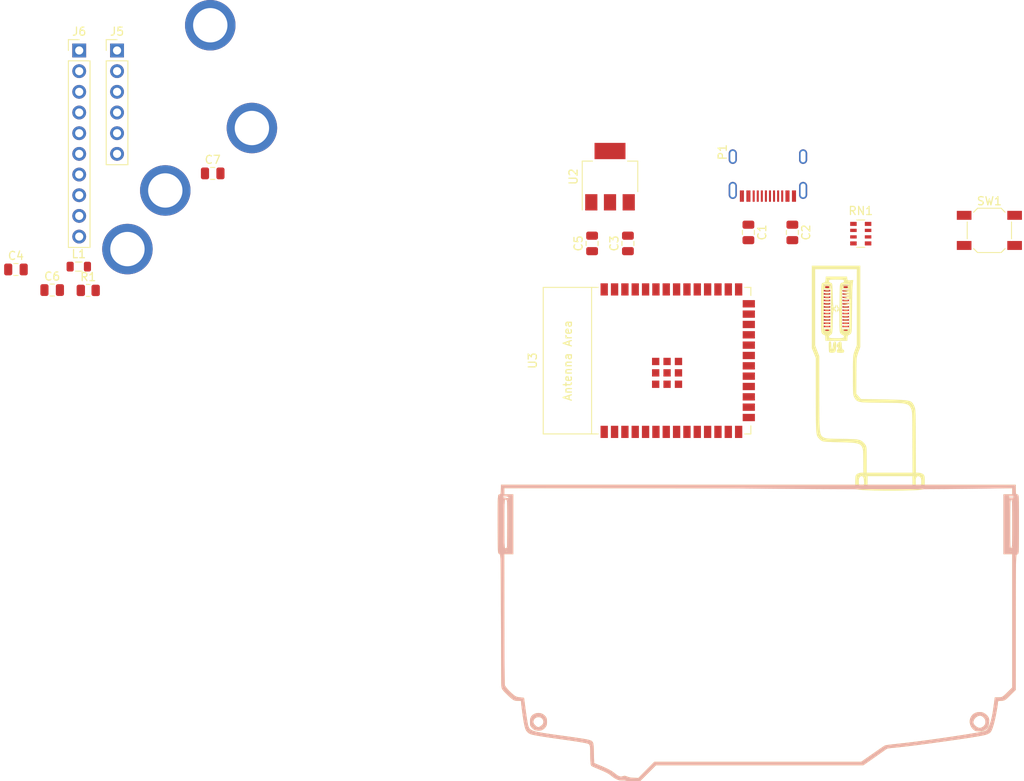
<source format=kicad_pcb>
(kicad_pcb (version 20220225) (generator pcbnew)
  (layers (0 "F.Cu" signal) (31 "B.Cu" signal) (34 "B.Paste" user) (35 "F.Paste" user) (36 "B.SilkS" user "B.Silkscreen") (37 "F.SilkS" user "F.Silkscreen") (38 "B.Mask" user) (39 "F.Mask" user) (44 "Edge.Cuts" user))
  (net 0 "")
  (net 1 "/D+")
  (net 2 "VSS")
  (net 3 "/D-")
  (net 4 "VBUS")
  (net 5 "VCC")
  (net 6 "Reset")
  (net 11 "TopLeft")
  (net 12 "TX")
  (net 13 "RX")
  (net 14 "1")
  (net 15 "2")
  (net 16 "3")
  (net 17 "4")
  (net 18 "5")
  (net 19 "6")
  (net 20 "7")
  (net 21 "8")
  (net 22 "9")
  (net 23 "10")
  (net 24 "Net-(U1-AGND)")
  (net 25 "Net-(P1-CC)")
  (net 27 "Net-(P1-VCONN)")
  (net 33 "COL5")
  (net 35 "LEDA2")
  (net 36 "LEDA1")
  (net 37 "ROW7")
  (net 38 "COL4")
  (net 39 "COL3")
  (net 40 "COL2")
  (net 41 "COL1")
  (net 42 "ROW1")
  (net 43 "ROW2")
  (net 44 "ROW3")
  (net 45 "ROW4")
  (net 46 "ROW5")
  (net 47 "ROW6")
  (net 48 "Buzzer")
  (net 54 "MIC")
  (footprint "Capacitor_SMD:C_0805_2012Metric" (layer "F.Cu") (at 128.4 78.2 90)
    (fp_text reference "C5" (at 0 -1.68 90) (layer "F.SilkS"))
    (fp_text value "1uF")
    (pad "1" smd roundrect (at -0.95 0 90) (size 1 1.45) (layers "F.Cu" "F.Paste" "F.Mask") (net 2 "VSS"))
    (pad "2" smd roundrect (at 0.95 0 90) (size 1 1.45) (layers "F.Cu" "F.Paste" "F.Mask") (net 5 "VCC"))
  )
  (footprint "Capacitor_SMD:C_0805_2012Metric" (layer "F.Cu") (at 81.8 69.6)
    (fp_text reference "C7" (at 0 -1.68) (layer "F.SilkS"))
    (fp_text value "100nF")
    (pad "1" smd roundrect (at -0.95 0) (size 1 1.45) (layers "F.Cu" "F.Paste" "F.Mask") (net 6 "Reset"))
    (pad "2" smd roundrect (at 0.95 0) (size 1 1.45) (layers "F.Cu" "F.Paste" "F.Mask") (net 2 "VSS"))
  )
  (footprint "Connector_PinHeader_2.54mm:PinHeader_1x06_P2.54mm_Vertical" (layer "F.Cu") (at 70.05 54.5)
    (fp_text reference "J5" (at 0 -2.33) (layer "F.SilkS"))
    (fp_text value "Program")
    (pad "1" thru_hole rect (at 0 0) (size 1.7 1.7) (drill 1) (layers *.Cu *.Mask) (net 5 "VCC"))
    (pad "2" thru_hole oval (at 0 2.54) (size 1.7 1.7) (drill 1) (layers *.Cu *.Mask) (net 2 "VSS"))
    (pad "3" thru_hole oval (at 0 5.08) (size 1.7 1.7) (drill 1) (layers *.Cu *.Mask) (net 11 "TopLeft"))
    (pad "4" thru_hole oval (at 0 7.62) (size 1.7 1.7) (drill 1) (layers *.Cu *.Mask) (net 12 "TX"))
    (pad "5" thru_hole oval (at 0 10.16) (size 1.7 1.7) (drill 1) (layers *.Cu *.Mask) (net 13 "RX"))
    (pad "6" thru_hole oval (at 0 12.7) (size 1.7 1.7) (drill 1) (layers *.Cu *.Mask) (net 6 "Reset"))
  )
  (footprint "Resistor_SMD:R_0805_2012Metric" (layer "F.Cu") (at 66.51 83.97)
    (fp_text reference "R1" (at 0 -1.65) (layer "F.SilkS"))
    (fp_text value "1k")
    (pad "1" smd roundrect (at -0.9125 0) (size 1.025 1.4) (layers "F.Cu" "F.Paste" "F.Mask") (roundrect_rratio 0.243902) (net 6 "Reset"))
    (pad "2" smd roundrect (at 0.9125 0) (size 1.025 1.4) (layers "F.Cu" "F.Paste" "F.Mask") (roundrect_rratio 0.243902) (net 5 "VCC"))
  )
  (footprint "BerryPad:BM14B(0.8)-24DS-0.4V(53)" (layer "F.Cu") (at 158.4 86.2 -90)
    (fp_text reference "U1" (at 4.8 0.05) (layer "F.SilkS"))
    (fp_text value "BBQ10KBD")
    (pad "1" smd rect locked (at -2.7 -1.15 270) (size 0.4 0.8) (layers "F.Cu" "F.Paste" "F.Mask") (net 2 "VSS"))
    (pad "2" smd rect locked (at -2.2 -1.15 270) (size 0.2 0.8) (layers "F.Cu" "F.Paste" "F.Mask") (net 5 "VCC"))
    (pad "3" smd rect locked (at -1.8 -1.15 270) (size 0.2 0.8) (layers "F.Cu" "F.Paste" "F.Mask") (net 54 "MIC"))
    (pad "4" smd rect locked (at -1.4 -1.15 270) (size 0.2 0.8) (layers "F.Cu" "F.Paste" "F.Mask") (net 24 "Net-(U1-AGND)"))
    (pad "5" smd rect locked (at -1 -1.15 270) (size 0.2 0.8) (layers "F.Cu" "F.Paste" "F.Mask") (net 2 "VSS"))
    (pad "6" smd rect locked (at -0.6 -1.15 270) (size 0.2 0.8) (layers "F.Cu" "F.Paste" "F.Mask") (net 42 "ROW1"))
    (pad "7" smd rect locked (at -0.2 -1.15 270) (size 0.2 0.8) (layers "F.Cu" "F.Paste" "F.Mask") (net 41 "COL1"))
    (pad "8" smd rect locked (at 0.2 -1.15 270) (size 0.2 0.8) (layers "F.Cu" "F.Paste" "F.Mask") (net 43 "ROW2"))
    (pad "9" smd rect locked (at 0.6 -1.15 270) (size 0.2 0.8) (layers "F.Cu" "F.Paste" "F.Mask") (net 40 "COL2"))
    (pad "10" smd rect locked (at 1 -1.15 270) (size 0.2 0.8) (layers "F.Cu" "F.Paste" "F.Mask") (net 39 "COL3"))
    (pad "11" smd rect locked (at 1.4 -1.15 270) (size 0.2 0.8) (layers "F.Cu" "F.Paste" "F.Mask") (net 2 "VSS"))
    (pad "12" smd rect locked (at 1.8 -1.15 270) (size 0.2 0.8) (layers "F.Cu" "F.Paste" "F.Mask") (net 2 "VSS"))
    (pad "13" smd rect locked (at 2.2 -1.15 270) (size 0.2 0.8) (layers "F.Cu" "F.Paste" "F.Mask") (net 2 "VSS"))
    (pad "14" smd rect locked (at 2.7 -1.15 270) (size 0.4 0.8) (layers "F.Cu" "F.Paste" "F.Mask") (net 2 "VSS"))
    (pad "15" smd rect locked (at 2.7 1.15 270) (size 0.4 0.8) (layers "F.Cu" "F.Paste" "F.Mask") (net 2 "VSS"))
    (pad "16" smd rect locked (at 2.2 1.15 270) (size 0.2 0.8) (layers "F.Cu" "F.Paste" "F.Mask") (net 2 "VSS"))
    (pad "17" smd rect locked (at 1.8 1.15 270) (size 0.2 0.8) (layers "F.Cu" "F.Paste" "F.Mask") (net 38 "COL4"))
    (pad "18" smd rect locked (at 1.4 1.15 270) (size 0.2 0.8) (layers "F.Cu" "F.Paste" "F.Mask") (net 44 "ROW3"))
    (pad "19" smd rect locked (at 1 1.15 270) (size 0.2 0.8) (layers "F.Cu" "F.Paste" "F.Mask") (net 33 "COL5"))
    (pad "20" smd rect locked (at 0.6 1.15 270) (size 0.2 0.8) (layers "F.Cu" "F.Paste" "F.Mask") (net 45 "ROW4"))
    (pad "21" smd rect locked (at 0.2 1.15 270) (size 0.2 0.8) (layers "F.Cu" "F.Paste" "F.Mask") (net 46 "ROW5"))
    (pad "22" smd rect locked (at -0.2 1.15 270) (size 0.2 0.8) (layers "F.Cu" "F.Paste" "F.Mask") (net 47 "ROW6"))
    (pad "23" smd rect locked (at -0.6 1.15 270) (size 0.2 0.8) (layers "F.Cu" "F.Paste" "F.Mask") (net 2 "VSS"))
    (pad "24" smd rect locked (at -1 1.15 270) (size 0.2 0.8) (layers "F.Cu" "F.Paste" "F.Mask") (net 35 "LEDA2"))
    (pad "25" smd rect locked (at -1.4 1.15 270) (size 0.2 0.8) (layers "F.Cu" "F.Paste" "F.Mask") (net 2 "VSS"))
    (pad "26" smd rect locked (at -1.8 1.15 270) (size 0.2 0.8) (layers "F.Cu" "F.Paste" "F.Mask") (net 36 "LEDA1"))
    (pad "27" smd rect locked (at -2.2 1.15 270) (size 0.2 0.8) (layers "F.Cu" "F.Paste" "F.Mask") (net 37 "ROW7"))
    (pad "28" smd rect locked (at -2.7 1.15 270) (size 0.4 0.8) (layers "F.Cu" "F.Paste" "F.Mask") (net 2 "VSS"))
  )
  (footprint "cafebabe:SMD Spacer M2.5" (layer "F.Cu") (at 81.6 51.4)
    (fp_text reference "J1" hide)
    (fp_text value "Conn_01x01")
    (pad "1" thru_hole circle (at -0.1 0) (size 6.2 6.2) (drill 4.22) (layers *.Cu *.Mask))
  )
  (footprint "Inductor_SMD:L_0805_2012Metric" (layer "F.Cu") (at 65.35 81.05)
    (fp_text reference "L1" (at 0 -1.55) (layer "F.SilkS"))
    (fp_text value "L_Small")
    (pad "1" smd roundrect (at -1.0625 0) (size 0.875 1.2) (layers "F.Cu" "F.Paste" "F.Mask") (net 24 "Net-(U1-AGND)"))
    (pad "2" smd roundrect (at 1.0625 0) (size 0.875 1.2) (layers "F.Cu" "F.Paste" "F.Mask") (net 2 "VSS"))
  )
  (footprint "Espressif:ESP32-S2-SOLO" (layer "F.Cu") (at 138.15 92.6 90)
    (fp_text reference "U3" (at 0 -17.05 90) (layer "F.SilkS"))
    (fp_text value "ESP32-S2-SOLO")
    (fp_text user "Antenna Area" (at 0 -12.75 90) (layer "F.SilkS"))
    (pad "1" smd rect locked (at -8.75 -8.26 90) (size 1.5 0.9) (layers "F.Cu" "F.Paste" "F.Mask") (net 2 "VSS"))
    (pad "2" smd rect locked (at -8.75 -6.99 90) (size 1.5 0.9) (layers "F.Cu" "F.Paste" "F.Mask") (net 5 "VCC"))
    (pad "3" smd rect locked (at -8.75 -5.72 90) (size 1.5 0.9) (layers "F.Cu" "F.Paste" "F.Mask") (net 6 "Reset"))
    (pad "4" smd rect locked (at -8.75 -4.45 90) (size 1.5 0.9) (layers "F.Cu" "F.Paste" "F.Mask") (net 41 "COL1"))
    (pad "5" smd rect locked (at -8.75 -3.18 90) (size 1.5 0.9) (layers "F.Cu" "F.Paste" "F.Mask") (net 40 "COL2"))
    (pad "6" smd rect locked (at -8.75 -1.91 90) (size 1.5 0.9) (layers "F.Cu" "F.Paste" "F.Mask") (net 39 "COL3"))
    (pad "7" smd rect locked (at -8.75 -0.64 90) (size 1.5 0.9) (layers "F.Cu" "F.Paste" "F.Mask") (net 38 "COL4"))
    (pad "8" smd rect locked (at -8.75 0.63 90) (size 1.5 0.9) (layers "F.Cu" "F.Paste" "F.Mask") (net 37 "ROW7"))
    (pad "9" smd rect locked (at -8.75 1.9 90) (size 1.5 0.9) (layers "F.Cu" "F.Paste" "F.Mask") (net 36 "LEDA1"))
    (pad "10" smd rect locked (at -8.75 3.17 90) (size 1.5 0.9) (layers "F.Cu" "F.Paste" "F.Mask") (net 35 "LEDA2"))
    (pad "11" smd rect locked (at -8.75 4.44 90) (size 1.5 0.9) (layers "F.Cu" "F.Paste" "F.Mask"))
    (pad "12" smd rect locked (at -8.75 5.71 90) (size 1.5 0.9) (layers "F.Cu" "F.Paste" "F.Mask") (net 33 "COL5"))
    (pad "13" smd rect locked (at -8.75 6.98 90) (size 1.5 0.9) (layers "F.Cu" "F.Paste" "F.Mask") (net 3 "/D-"))
    (pad "14" smd rect locked (at -8.75 8.25 90) (size 1.5 0.9) (layers "F.Cu" "F.Paste" "F.Mask") (net 1 "/D+"))
    (pad "15" smd rect locked (at -6.985 9.5 180) (size 1.5 0.9) (layers "F.Cu" "F.Paste" "F.Mask") (net 16 "3"))
    (pad "16" smd rect locked (at -5.715 9.5 180) (size 1.5 0.9) (layers "F.Cu" "F.Paste" "F.Mask") (net 19 "6"))
    (pad "17" smd rect locked (at -4.445 9.5 180) (size 1.5 0.9) (layers "F.Cu" "F.Paste" "F.Mask") (net 42 "ROW1"))
    (pad "18" smd rect locked (at -3.175 9.5 180) (size 1.5 0.9) (layers "F.Cu" "F.Paste" "F.Mask") (net 43 "ROW2"))
    (pad "19" smd rect locked (at -1.905 9.5 180) (size 1.5 0.9) (layers "F.Cu" "F.Paste" "F.Mask") (net 44 "ROW3"))
    (pad "20" smd rect locked (at -0.635 9.5 180) (size 1.5 0.9) (layers "F.Cu" "F.Paste" "F.Mask") (net 45 "ROW4"))
    (pad "21" smd rect locked (at 0.635 9.5 180) (size 1.5 0.9) (layers "F.Cu" "F.Paste" "F.Mask") (net 46 "ROW5"))
    (pad "22" smd rect locked (at 1.905 9.5 180) (size 1.5 0.9) (layers "F.Cu" "F.Paste" "F.Mask") (net 47 "ROW6"))
    (pad "23" smd rect locked (at 3.175 9.5 180) (size 1.5 0.9) (layers "F.Cu" "F.Paste" "F.Mask") (net 48 "Buzzer"))
    (pad "24" smd rect locked (at 4.445 9.5 180) (size 1.5 0.9) (layers "F.Cu" "F.Paste" "F.Mask") (net 20 "7"))
    (pad "25" smd rect locked (at 5.715 9.5 180) (size 1.5 0.9) (layers "F.Cu" "F.Paste" "F.Mask") (net 21 "8"))
    (pad "26" smd rect locked (at 6.985 9.5 180) (size 1.5 0.9) (layers "F.Cu" "F.Paste" "F.Mask") (net 18 "5"))
    (pad "27" smd rect locked (at 8.75 8.25 270) (size 1.5 0.9) (layers "F.Cu" "F.Paste" "F.Mask") (net 11 "TopLeft"))
    (pad "28" smd rect locked (at 8.75 6.98 270) (size 1.5 0.9) (layers "F.Cu" "F.Paste" "F.Mask") (net 22 "9"))
    (pad "29" smd rect locked (at 8.75 5.71 270) (size 1.5 0.9) (layers "F.Cu" "F.Paste" "F.Mask") (net 23 "10"))
    (pad "30" smd rect locked (at 8.75 4.44 270) (size 1.5 0.9) (layers "F.Cu" "F.Paste" "F.Mask"))
    (pad "31" smd rect locked (at 8.75 3.17 270) (size 1.5 0.9) (layers "F.Cu" "F.Paste" "F.Mask"))
    (pad "32" smd rect locked (at 8.75 1.9 270) (size 1.5 0.9) (layers "F.Cu" "F.Paste" "F.Mask"))
    (pad "33" smd rect locked (at 8.75 0.63 270) (size 1.5 0.9) (layers "F.Cu" "F.Paste" "F.Mask"))
    (pad "34" smd rect locked (at 8.75 -0.64 270) (size 1.5 0.9) (layers "F.Cu" "F.Paste" "F.Mask"))
    (pad "35" smd rect locked (at 8.75 -1.91 270) (size 1.5 0.9) (layers "F.Cu" "F.Paste" "F.Mask") (net 17 "4"))
    (pad "36" smd rect locked (at 8.75 -3.18 270) (size 1.5 0.9) (layers "F.Cu" "F.Paste" "F.Mask") (net 13 "RX"))
    (pad "37" smd rect locked (at 8.75 -4.45 270) (size 1.5 0.9) (layers "F.Cu" "F.Paste" "F.Mask") (net 12 "TX"))
    (pad "38" smd rect locked (at 8.75 -5.72 270) (size 1.5 0.9) (layers "F.Cu" "F.Paste" "F.Mask") (net 15 "2"))
    (pad "39" smd rect locked (at 8.75 -6.99 270) (size 1.5 0.9) (layers "F.Cu" "F.Paste" "F.Mask") (net 14 "1"))
    (pad "40" smd rect locked (at 8.75 -8.26 270) (size 1.5 0.9) (layers "F.Cu" "F.Paste" "F.Mask") (net 2 "VSS"))
    (pad "41" smd rect locked (at -2.9 -1.94 270) (size 0.9 0.9) (layers "F.Cu" "F.Paste" "F.Mask") (net 2 "VSS"))
    (pad "41" smd rect locked (at -2.9 -0.54 270) (size 0.9 0.9) (layers "F.Cu" "F.Paste" "F.Mask") (net 2 "VSS"))
    (pad "41" smd rect locked (at -2.9 0.86 270) (size 0.9 0.9) (layers "F.Cu" "F.Paste" "F.Mask") (net 2 "VSS"))
    (pad "41" smd rect locked (at -1.5 -1.94 270) (size 0.9 0.9) (layers "F.Cu" "F.Paste" "F.Mask") (net 2 "VSS"))
    (pad "41" smd rect locked (at -1.5 -0.54 270) (size 0.9 0.9) (layers "F.Cu" "F.Paste" "F.Mask") (net 2 "VSS"))
    (pad "41" smd rect locked (at -1.5 0.86 270) (size 0.9 0.9) (layers "F.Cu" "F.Paste" "F.Mask") (net 2 "VSS"))
    (pad "41" smd rect locked (at -0.1 -1.94 270) (size 0.9 0.9) (layers "F.Cu" "F.Paste" "F.Mask") (net 2 "VSS"))
    (pad "41" smd rect locked (at -0.1 -0.54 270) (size 0.9 0.9) (layers "F.Cu" "F.Paste" "F.Mask") (net 2 "VSS"))
    (pad "41" smd rect locked (at -0.1 0.86 270) (size 0.9 0.9) (layers "F.Cu" "F.Paste" "F.Mask") (net 2 "VSS"))
  )
  (footprint "cafebabe:SMD Spacer M2.5" (layer "F.Cu") (at 71.425 78.895)
    (fp_text reference "J4" hide)
    (fp_text value "Conn_01x01")
    (pad "1" thru_hole circle (at -0.1 0) (size 6.2 6.2) (drill 4.22) (layers *.Cu *.Mask))
  )
  (footprint "Capacitor_SMD:C_0805_2012Metric" (layer "F.Cu") (at 57.63 81.4)
    (fp_text reference "C4" (at 0 -1.68) (layer "F.SilkS"))
    (fp_text value "22uF")
    (pad "1" smd roundrect (at -0.95 0) (size 1 1.45) (layers "F.Cu" "F.Paste" "F.Mask") (net 5 "VCC"))
    (pad "2" smd roundrect (at 0.95 0) (size 1 1.45) (layers "F.Cu" "F.Paste" "F.Mask") (net 2 "VSS"))
  )
  (footprint "Capacitor_SMD:C_0805_2012Metric" (layer "F.Cu") (at 153 76.85 -90)
    (fp_text reference "C2" (at 0 -1.68 90) (layer "F.SilkS"))
    (fp_text value "20pF")
    (pad "1" smd roundrect (at -0.95 0 270) (size 1 1.45) (layers "F.Cu" "F.Paste" "F.Mask") (net 3 "/D-"))
    (pad "2" smd roundrect (at 0.95 0 270) (size 1 1.45) (layers "F.Cu" "F.Paste" "F.Mask") (net 2 "VSS"))
  )
  (footprint "Capacitor_SMD:C_0805_2012Metric" (layer "F.Cu") (at 132.8 78.2 90)
    (fp_text reference "C3" (at 0 -1.68 90) (layer "F.SilkS"))
    (fp_text value "1uF")
    (pad "1" smd roundrect (at -0.95 0 90) (size 1 1.45) (layers "F.Cu" "F.Paste" "F.Mask") (net 2 "VSS"))
    (pad "2" smd roundrect (at 0.95 0 90) (size 1 1.45) (layers "F.Cu" "F.Paste" "F.Mask") (net 4 "VBUS"))
  )
  (footprint "Button_Switch_SMD:SW_SPST_SKQG_WithoutStem" (layer "F.Cu") (at 177.2 76.6)
    (fp_text reference "SW1" (at 0 -3.6) (layer "F.SilkS"))
    (fp_text value "Boot Mode")
    (pad "1" smd rect (at -3.1 -1.85) (size 1.8 1.1) (layers "F.Cu" "F.Paste" "F.Mask") (net 2 "VSS"))
    (pad "1" smd rect (at 3.1 -1.85) (size 1.8 1.1) (layers "F.Cu" "F.Paste" "F.Mask") (net 2 "VSS"))
    (pad "2" smd rect (at -3.1 1.85) (size 1.8 1.1) (layers "F.Cu" "F.Paste" "F.Mask") (net 11 "TopLeft"))
    (pad "2" smd rect (at 3.1 1.85) (size 1.8 1.1) (layers "F.Cu" "F.Paste" "F.Mask") (net 11 "TopLeft"))
  )
  (footprint "Connector_PinHeader_2.54mm:PinHeader_1x10_P2.54mm_Vertical" (layer "F.Cu") (at 65.4 54.5)
    (fp_text reference "J6" (at 0 -2.33) (layer "F.SilkS"))
    (fp_text value "Conn_01x10")
    (pad "1" thru_hole rect (at 0 0) (size 1.7 1.7) (drill 1) (layers *.Cu *.Mask) (net 14 "1"))
    (pad "2" thru_hole oval (at 0 2.54) (size 1.7 1.7) (drill 1) (layers *.Cu *.Mask) (net 15 "2"))
    (pad "3" thru_hole oval (at 0 5.08) (size 1.7 1.7) (drill 1) (layers *.Cu *.Mask) (net 16 "3"))
    (pad "4" thru_hole oval (at 0 7.62) (size 1.7 1.7) (drill 1) (layers *.Cu *.Mask) (net 17 "4"))
    (pad "5" thru_hole oval (at 0 10.16) (size 1.7 1.7) (drill 1) (layers *.Cu *.Mask) (net 18 "5"))
    (pad "6" thru_hole oval (at 0 12.7) (size 1.7 1.7) (drill 1) (layers *.Cu *.Mask) (net 19 "6"))
    (pad "7" thru_hole oval (at 0 15.24) (size 1.7 1.7) (drill 1) (layers *.Cu *.Mask) (net 20 "7"))
    (pad "8" thru_hole oval (at 0 17.78) (size 1.7 1.7) (drill 1) (layers *.Cu *.Mask) (net 21 "8"))
    (pad "9" thru_hole oval (at 0 20.32) (size 1.7 1.7) (drill 1) (layers *.Cu *.Mask) (net 22 "9"))
    (pad "10" thru_hole oval (at 0 22.86) (size 1.7 1.7) (drill 1) (layers *.Cu *.Mask) (net 23 "10"))
  )
  (footprint "Capacitor_SMD:C_0805_2012Metric" (layer "F.Cu") (at 62.08 83.93)
    (fp_text reference "C6" (at 0 -1.68) (layer "F.SilkS"))
    (fp_text value "100nF")
    (pad "1" smd roundrect (at -0.95 0) (size 1 1.45) (layers "F.Cu" "F.Paste" "F.Mask") (net 5 "VCC"))
    (pad "2" smd roundrect (at 0.95 0) (size 1 1.45) (layers "F.Cu" "F.Paste" "F.Mask") (net 2 "VSS"))
  )
  (footprint "Package_TO_SOT_SMD:SOT-223-3_TabPin2" (layer "F.Cu") (at 130.6 70 90)
    (fp_text reference "U2" (at 0 -4.5 90) (layer "F.SilkS"))
    (fp_text value "TLV1117-33")
    (pad "1" smd rect (at -3.15 -2.3 90) (size 2 1.5) (layers "F.Cu" "F.Paste" "F.Mask") (net 2 "VSS"))
    (pad "2" smd rect (at -3.15 0 90) (size 2 1.5) (layers "F.Cu" "F.Paste" "F.Mask") (net 5 "VCC"))
    (pad "2" smd rect (at 3.15 0 90) (size 2 3.8) (layers "F.Cu" "F.Paste" "F.Mask") (net 5 "VCC"))
    (pad "3" smd rect (at -3.15 2.3 90) (size 2 1.5) (layers "F.Cu" "F.Paste" "F.Mask") (net 4 "VBUS"))
  )
  (footprint "BadgePirates:USB_C_Receptical-Jing" (layer "F.Cu") (at 150 71.6875 180)
    (fp_text reference "P1" (at 5.575 4.7 90) (layer "F.SilkS"))
    (fp_text value "USB_C_Plug_corrected")
    (pad "" np_thru_hole circle (at -2.89 0.5 180) (size 0.65 0.65) (drill 0.65) (layers *.Cu *.Mask))
    (pad "" np_thru_hole circle (at 2.89 0.5 180) (size 0.65 0.65) (drill 0.65) (layers *.Cu *.Mask))
    (pad "A1" smd rect (at -3.325 -0.7 180) (size 0.25 1.4) (layers "F.Cu" "F.Paste" "F.Mask") (net 2 "VSS"))
    (pad "A4" smd rect (at -2.525 -0.7 180) (size 0.25 1.4) (layers "F.Cu" "F.Paste" "F.Mask") (net 4 "VBUS"))
    (pad "A5" smd rect (at -1.25 -0.7 180) (size 0.25 1.4) (layers "F.Cu" "F.Paste" "F.Mask") (net 25 "Net-(P1-CC)"))
    (pad "A6" smd rect (at -0.25 -0.7 180) (size 0.25 1.4) (layers "F.Cu" "F.Paste" "F.Mask") (net 1 "/D+"))
    (pad "A7" smd rect (at 0.25 -0.7 180) (size 0.25 1.4) (layers "F.Cu" "F.Paste" "F.Mask") (net 3 "/D-"))
    (pad "A8" smd rect (at -1.75 -0.7 180) (size 0.25 1.4) (layers "F.Cu" "F.Paste" "F.Mask"))
    (pad "A9" smd rect (at 2.525 -0.7 180) (size 0.25 1.4) (layers "F.Cu" "F.Paste" "F.Mask") (net 4 "VBUS"))
    (pad "A12" smd rect (at 3.325 -0.7 180) (size 0.25 1.4) (layers "F.Cu" "F.Paste" "F.Mask") (net 2 "VSS"))
    (pad "B1" smd rect (at 3.075 -0.7 180) (size 0.25 1.4) (layers "F.Cu" "F.Paste" "F.Mask") (net 2 "VSS"))
    (pad "B4" smd rect (at 2.275 -0.7 180) (size 0.25 1.4) (layers "F.Cu" "F.Paste" "F.Mask") (net 4 "VBUS"))
    (pad "B5" smd rect (at 1.75 -0.7 180) (size 0.25 1.4) (layers "F.Cu" "F.Paste" "F.Mask") (net 27 "Net-(P1-VCONN)"))
    (pad "B6" smd rect (at 0.75 -0.7 180) (size 0.25 1.4) (layers "F.Cu" "F.Paste" "F.Mask") (net 1 "/D+"))
    (pad "B7" smd rect (at -0.75 -0.7 180) (size 0.25 1.4) (layers "F.Cu" "F.Paste" "F.Mask") (net 3 "/D-"))
    (pad "B8" smd rect (at 1.25 -0.7 180) (size 0.25 1.4) (layers "F.Cu" "F.Paste" "F.Mask"))
    (pad "B9" smd rect (at -2.275 -0.7 180) (size 0.25 1.4) (layers "F.Cu" "F.Paste" "F.Mask") (net 4 "VBUS"))
    (pad "B12" smd rect (at -3.075 -0.7 180) (size 0.25 1.4) (layers "F.Cu" "F.Paste" "F.Mask") (net 2 "VSS"))
    (pad "S1" thru_hole oval (at -4.32 0 180) (size 1 2.1) (drill oval 0.6 1.7) (layers *.Cu *.Mask "F.Paste") (net 2 "VSS"))
    (pad "S1" thru_hole oval (at -4.32 4.15 180) (size 1 1.8) (drill oval 0.6 1.4) (layers *.Cu *.Mask "F.Paste") (net 2 "VSS"))
    (pad "S1" thru_hole oval (at 4.32 0 180) (size 1 2.1) (drill oval 0.6 1.7) (layers *.Cu *.Mask "F.Paste") (net 2 "VSS"))
    (pad "S1" thru_hole oval (at 4.32 4.15 180) (size 1 1.8) (drill oval 0.6 1.4) (layers *.Cu *.Mask "F.Paste") (net 2 "VSS"))
  )
  (footprint "Resistor_SMD:R_Array_Convex_4x0603" (layer "F.Cu") (at 161.4 77)
    (fp_text reference "RN1" (at 0 -2.8) (layer "F.SilkS"))
    (fp_text value "5.1k")
    (pad "1" smd rect (at -0.9 -1.2) (size 0.8 0.5) (layers "F.Cu" "F.Paste" "F.Mask") (net 2 "VSS"))
    (pad "2" smd rect (at -0.9 -0.4) (size 0.8 0.4) (layers "F.Cu" "F.Paste" "F.Mask") (net 2 "VSS"))
    (pad "3" smd rect (at -0.9 0.4) (size 0.8 0.4) (layers "F.Cu" "F.Paste" "F.Mask"))
    (pad "4" smd rect (at -0.9 1.2) (size 0.8 0.5) (layers "F.Cu" "F.Paste" "F.Mask"))
    (pad "5" smd rect (at 0.9 1.2) (size 0.8 0.5) (layers "F.Cu" "F.Paste" "F.Mask"))
    (pad "6" smd rect (at 0.9 0.4) (size 0.8 0.4) (layers "F.Cu" "F.Paste" "F.Mask"))
    (pad "7" smd rect (at 0.9 -0.4) (size 0.8 0.4) (layers "F.Cu" "F.Paste" "F.Mask") (net 25 "Net-(P1-CC)"))
    (pad "8" smd rect (at 0.9 -1.2) (size 0.8 0.5) (layers "F.Cu" "F.Paste" "F.Mask") (net 27 "Net-(P1-VCONN)"))
  )
  (footprint "cafebabe:SMD Spacer M2.5" (layer "F.Cu") (at 86.715 64.025)
    (fp_text reference "J2" hide)
    (fp_text value "Conn_01x01")
    (pad "1" thru_hole circle (at -0.1 0) (size 6.2 6.2) (drill 4.22) (layers *.Cu *.Mask))
  )
  (footprint "cafebabe:SMD Spacer M2.5" (layer "F.Cu") (at 76.075 71.695)
    (fp_text reference "J3" hide)
    (fp_text value "Conn_01x01")
    (pad "1" thru_hole circle (at -0.1 0) (size 6.2 6.2) (drill 4.22) (layers *.Cu *.Mask))
  )
  (footprint "Capacitor_SMD:C_0805_2012Metric" (layer "F.Cu") (at 147.6 76.85 -90)
    (fp_text reference "C1" (at 0 -1.68 90) (layer "F.SilkS"))
    (fp_text value "20pF")
    (pad "1" smd roundrect (at -0.95 0 270) (size 1 1.45) (layers "F.Cu" "F.Paste" "F.Mask") (net 1 "/D+"))
    (pad "2" smd roundrect (at 0.95 0 270) (size 1 1.45) (layers "F.Cu" "F.Paste" "F.Mask") (net 2 "VSS"))
  )
  (footprint "BerryPad:BerryPadKbd" (layer "B.Cu") (at 148.6 114 180)
    (fp_text reference "Ref**" hide)
    (fp_text value "Val**" hide)
  )
)
</source>
